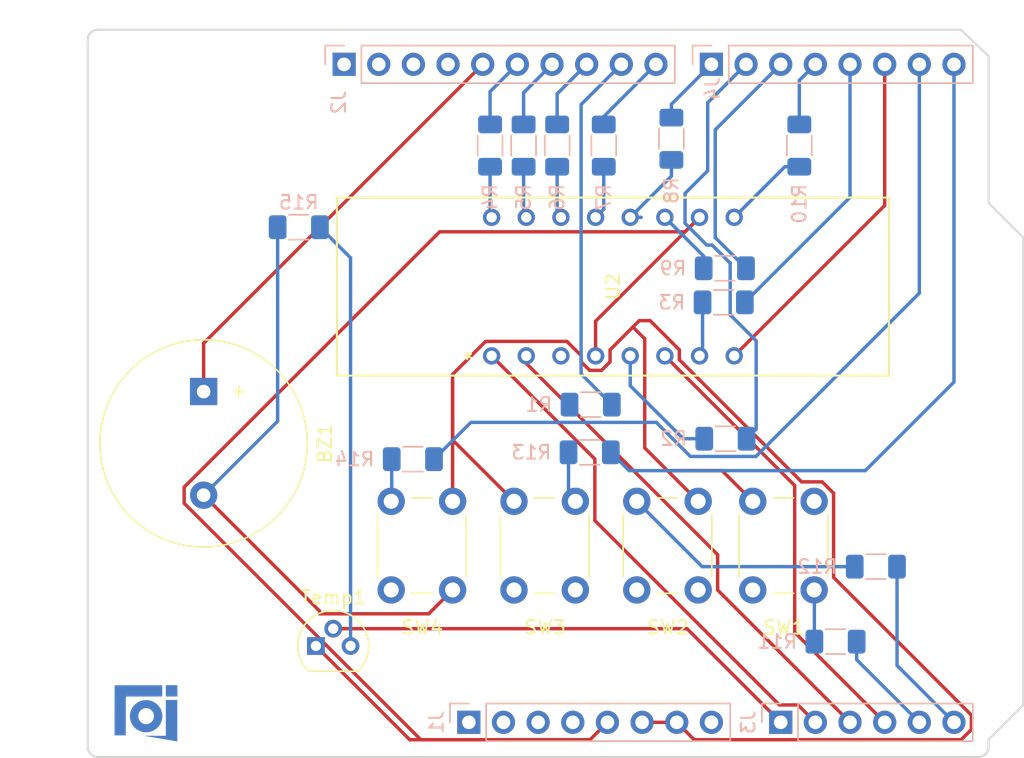
<source format=kicad_pcb>
(kicad_pcb (version 20241229) (generator "pcbnew") (generator_version "9.0")
  (title_block (date "mar. 31 mars 2015"))
  (layers (0 "F.Cu" signal) (2 "B.Cu" signal) (13 "F.Paste" user) (15 "B.Paste" user) (5 "F.SilkS" user "F.Silkscreen") (7 "B.SilkS" user "B.Silkscreen") (1 "F.Mask" user) (3 "B.Mask" user) (25 "Edge.Cuts" user))
  (net 0 "")
  (net 1 "GND")
  (net 3 "+5V")
  (net 4 "/IOREF")
  (net 5 "/A0")
  (net 6 "/A1")
  (net 7 "/A2")
  (net 8 "/A3")
  (net 9 "/SDA{slash}A4")
  (net 10 "/SCL{slash}A5")
  (net 11 "/13")
  (net 12 "/12")
  (net 13 "/AREF")
  (net 14 "/8")
  (net 15 "/7")
  (net 16 "/*11")
  (net 17 "/*10")
  (net 18 "/*9")
  (net 19 "/4")
  (net 20 "/2")
  (net 21 "/*6")
  (net 22 "/*5")
  (net 23 "/TX{slash}1")
  (net 24 "/*3")
  (net 25 "/RX{slash}0")
  (net 27 "/Vin")
  (net 28 "/~{RESET}")
  (net 29 "/8R")
  (net 30 "/*3R")
  (net 31 "/*9R")
  (net 32 "/*11R")
  (net 33 "/*6R")
  (net 34 "/7R")
  (net 35 "/*5R")
  (net 36 "/12R")
  (net 37 "/*10R")
  (net 38 "/4R")
  (net 39 "Net-(R11-Pad1)")
  (net 40 "Net-(R12-Pad1)")
  (net 41 "Net-(R13-Pad1)")
  (net 42 "Net-(R14-Pad1)")
  (net 43 "/SCL{slash}A5{slash}2")
  (net 44 "/SDA{slash}A4{slash}2")
  (net 45 "/GND{slash}2")
  (net 46 "Net-(Temp1-GND)")
  (footprint "Button_Switch_THT:SW_PUSH_6mm" (layer "F.Cu") (at 144.75 81.25 -90)
    (property "Reference" "SW2")
    (property "Value" "SW_Push")
  )
  (footprint "Buzzer_Beeper:Buzzer_15x7.5RM7.6" (layer "F.Cu") (at 108.5 73.2 -90)
    (property "Reference" "BZ1")
    (property "Value" "Buzzer")
  )
  (footprint "Button_Switch_THT:SW_PUSH_6mm" (layer "F.Cu") (at 131.25 87.75 90)
    (property "Reference" "SW3")
    (property "Value" "SW_Push")
  )
  (footprint "Arduino_MountingHole:MountingHole_3.2mm" (layer "F.Cu") (at 115.24 49.2)
    (property "Reference" "MH1" (hide yes))
    (property "Value" "MountingHole_3.2mm" (hide yes))
  )
  (footprint "Package_TO_SOT_THT:TO-92" (layer "F.Cu") (at 116.73 91.86)
    (property "Reference" "Temp1")
    (property "Value" "U")
  )
  (footprint "Button_Switch_THT:SW_PUSH_6mm" (layer "F.Cu") (at 148.75 87.75 90)
    (property "Reference" "SW1")
    (property "Value" "SW_Push")
  )
  (footprint "footprints:TDCG1060M_VIS" (layer "F.Cu") (at 129.61 70.58 90)
    (property "Reference" "U2")
    (property "Value" "TDCR1050M")
  )
  (footprint "Arduino_MountingHole:MountingHole_3.2mm" (layer "F.Cu") (at 113.97 97.46)
    (property "Reference" "MH2" (hide yes))
    (property "Value" "MountingHole_3.2mm" (hide yes))
  )
  (footprint "Arduino_MountingHole:MountingHole_3.2mm" (layer "F.Cu") (at 166.04 64.44)
    (property "Reference" "MH3" (hide yes))
    (property "Value" "MountingHole_3.2mm" (hide yes))
  )
  (footprint "Arduino_MountingHole:MountingHole_3.2mm" (layer "F.Cu") (at 166.04 92.38)
    (property "Reference" "MH4" (hide yes))
    (property "Value" "MountingHole_3.2mm" (hide yes))
  )
  (footprint "Button_Switch_THT:SW_PUSH_6mm" (layer "F.Cu") (at 126.75 81.25 -90)
    (property "Reference" "SW4")
    (property "Value" "SW_Push")
  )
  (footprint "Connector_PinHeader_2.54mm:PinHeader_1x08_P2.54mm_Vertical" (layer "B.Cu") (at 127.94 97.46 -90)
    (property "Reference" "J1")
    (property "Value" "Power")
  )
  (footprint "Connector_PinHeader_2.54mm:PinHeader_1x06_P2.54mm_Vertical" (layer "B.Cu") (at 150.8 97.46 -90)
    (property "Reference" "J3")
    (property "Value" "Analog")
  )
  (footprint "Connector_PinHeader_2.54mm:PinHeader_1x10_P2.54mm_Vertical" (layer "B.Cu") (at 118.796 49.2 -90)
    (property "Reference" "J2")
    (property "Value" "Digital/PWM")
  )
  (footprint "Connector_PinHeader_2.54mm:PinHeader_1x08_P2.54mm_Vertical" (layer "B.Cu") (at 145.72 49.2 -90)
    (property "Reference" "J4")
    (property "Value" "Digital/PWM")
  )
  (footprint "Resistor_SMD:R_1206_3216Metric_Pad1.30x1.75mm_HandSolder" (layer "B.Cu") (at 146.621232 66.657219 180)
    (property "Reference" "R3")
    (property "Value" "470R")
  )
  (footprint "Resistor_SMD:R_1206_3216Metric_Pad1.30x1.75mm_HandSolder" (layer "B.Cu") (at 131.954565 55.157219 -90)
    (property "Reference" "R5")
    (property "Value" "470R")
  )
  (footprint "Resistor_SMD:R_1206_3216Metric_Pad1.30x1.75mm_HandSolder" (layer "B.Cu") (at 136.796232 77.657219)
    (property "Reference" "R13")
    (property "Value" "470R")
  )
  (footprint "Resistor_SMD:R_1206_3216Metric_Pad1.30x1.75mm_HandSolder" (layer "B.Cu") (at 146.704565 64.157219 180)
    (property "Reference" "R9")
    (property "Value" "470R")
  )
  (footprint "footprints:iot-logo" (layer "B.Cu") (at 104.3 96.8 180)
    (property "Reference" "G***" (hide yes))
    (property "Value" "LOGO" (hide yes))
  )
  (footprint "Resistor_SMD:R_1206_3216Metric_Pad1.30x1.75mm_HandSolder" (layer "B.Cu") (at 142.787899 54.657219 -90)
    (property "Reference" "R8")
    (property "Value" "470R")
  )
  (footprint "Resistor_SMD:R_1206_3216Metric_Pad1.30x1.75mm_HandSolder" (layer "B.Cu") (at 157.775751 86.041053)
    (property "Reference" "R12")
    (property "Value" "470R")
  )
  (footprint "Resistor_SMD:R_1206_3216Metric_Pad1.30x1.75mm_HandSolder" (layer "B.Cu") (at 134.412899 55.157219 -90)
    (property "Reference" "R6")
    (property "Value" "470R")
  )
  (footprint "Resistor_SMD:R_1206_3216Metric_Pad1.30x1.75mm_HandSolder" (layer "B.Cu") (at 152.162899 55.157219 -90)
    (property "Reference" "R10")
    (property "Value" "470R")
  )
  (footprint "Resistor_SMD:R_1206_3216Metric_Pad1.30x1.75mm_HandSolder" (layer "B.Cu") (at 136.871232 74.157219 180)
    (property "Reference" "R1")
    (property "Value" "470R")
  )
  (footprint "Resistor_SMD:R_1206_3216Metric_Pad1.30x1.75mm_HandSolder" (layer "B.Cu") (at 154.817418 91.541053)
    (property "Reference" "R11")
    (property "Value" "470R")
  )
  (footprint "Resistor_SMD:R_1206_3216Metric_Pad1.30x1.75mm_HandSolder" (layer "B.Cu") (at 123.837899 78.157219)
    (property "Reference" "R14")
    (property "Value" "470R")
  )
  (footprint "Resistor_SMD:R_1206_3216Metric_Pad1.30x1.75mm_HandSolder" (layer "B.Cu") (at 115.475 61.145 180)
    (property "Reference" "R15")
    (property "Value" "R")
  )
  (footprint "Resistor_SMD:R_1206_3216Metric_Pad1.30x1.75mm_HandSolder" (layer "B.Cu") (at 137.829565 55.157219 -90)
    (property "Reference" "R7")
    (property "Value" "470R")
  )
  (footprint "Resistor_SMD:R_1206_3216Metric_Pad1.30x1.75mm_HandSolder" (layer "B.Cu") (at 146.746232 76.657219 180)
    (property "Reference" "R2")
    (property "Value" "470R")
  )
  (footprint "Resistor_SMD:R_1206_3216Metric_Pad1.30x1.75mm_HandSolder" (layer "B.Cu") (at 129.496232 55.157219 -90)
    (property "Reference" "R4")
    (property "Value" "470R")
  )
  (gr_line (start 166.04 59.36) (end 168.58 61.9) (stroke (width 0.15)) (layer "Edge.Cuts"))
  (gr_line (start 100 99.238) (end 100 47.422) (stroke (width 0.15)) (layer "Edge.Cuts"))
  (gr_line (start 168.58 61.9) (end 168.58 96.19) (stroke (width 0.15)) (layer "Edge.Cuts"))
  (gr_line (start 165.278 100) (end 100.762 100) (stroke (width 0.15)) (layer "Edge.Cuts"))
  (gr_line (start 100.762 46.66) (end 164 46.66) (stroke (width 0.15)) (layer "Edge.Cuts"))
  (gr_arc (start 100.762 100) (mid 100.223185 99.776815) (end 100 99.238) (stroke (width 0.15)) (layer "Edge.Cuts"))
  (gr_line (start 168.58 96.19) (end 166.04 98.73) (stroke (width 0.15)) (layer "Edge.Cuts"))
  (gr_line (start 164 46.66) (end 166.04 48.6) (stroke (width 0.15)) (layer "Edge.Cuts"))
  (gr_arc (start 166.04 99.238) (mid 165.816815 99.776815) (end 165.278 100) (stroke (width 0.15)) (layer "Edge.Cuts"))
  (gr_line (start 166.04 48.6) (end 166.04 59.36) (stroke (width 0.15)) (layer "Edge.Cuts"))
  (gr_line (start 166.04 98.73) (end 166.04 99.238) (stroke (width 0.15)) (layer "Edge.Cuts"))
  (gr_arc (start 100 47.422) (mid 100.223185 46.883185) (end 100.762 46.66) (stroke (width 0.15)) (layer "Edge.Cuts"))
  (segment (start 140.431519 68) (end 139.965759 68.465759) (width 0.25) (layer "F.Cu") (net 1))
  (segment (start 143.371 70.140519) (end 141.230481 68) (width 0.25) (layer "F.Cu") (net 1))
  (segment (start 154.676 80.659331) (end 153.840669 79.824) (width 0.25) (layer "F.Cu") (net 1))
  (segment (start 148.75 81.25) (end 146.5 79) (width 0.25) (layer "F.Cu") (net 1))
  (segment (start 126.75 76.75) (end 131.25 81.25) (width 0.25) (layer "F.Cu") (net 1))
  (segment (start 142.5 79) (end 140.831 77.331) (width 0.25) (layer "F.Cu") (net 1))
  (segment (start 117 89.5) (end 117 89.3) (width 0.25) (layer "F.Cu") (net 1))
  (segment (start 117 89.3) (end 108.5 80.8) (width 0.25) (layer "F.Cu") (net 1))
  (segment (start 141.230481 68) (end 140.431519 68) (width 0.25) (layer "F.Cu") (net 1))
  (segment (start 136.169 70.558519) (end 135.129481 69.519) (width 0.25) (layer "F.Cu") (net 1))
  (segment (start 152.333232 79.824) (end 143.371 70.861768) (width 0.25) (layer "F.Cu") (net 1))
  (segment (start 164.028537 98.736) (end 164.776 97.988537) (width 0.25) (layer "F.Cu") (net 1))
  (segment (start 164.776 96.931463) (end 154.676 86.831463) (width 0.25) (layer "F.Cu") (net 1))
  (segment (start 126.75 72.5) (end 126.75 76.75) (width 0.25) (layer "F.Cu") (net 1))
  (segment (start 129.170519 69.519) (end 126.75 71.939519) (width 0.25) (layer "F.Cu") (net 1))
  (segment (start 138.291 70.140519) (end 138.291 71.019481) (width 0.25) (layer "F.Cu") (net 1))
  (segment (start 126.75 71.939519) (end 126.75 72.5) (width 0.25) (layer "F.Cu") (net 1))
  (segment (start 153.840669 79.824) (end 152.333232 79.824) (width 0.25) (layer "F.Cu") (net 1))
  (segment (start 144.75 81.25) (end 142.5 79) (width 0.25) (layer "F.Cu") (net 1))
  (segment (start 125 89.5) (end 117 89.5) (width 0.25) (layer "F.Cu") (net 1))
  (segment (start 136.790519 71.641) (end 136.169 71.019481) (width 0.25) (layer "F.Cu") (net 1))
  (segment (start 139.965759 68.465759) (end 138.291 70.140519) (width 0.25) (layer "F.Cu") (net 1))
  (segment (start 136.169 71.019481) (end 136.169 70.558519) (width 0.25) (layer "F.Cu") (net 1))
  (segment (start 146.5 79) (end 142.5 79) (width 0.25) (layer "F.Cu") (net 1))
  (segment (start 140.831 69.331) (end 139.965759 68.465759) (width 0.25) (layer "F.Cu") (net 1))
  (segment (start 143.18 97.46) (end 144.456 98.736) (width 0.25) (layer "F.Cu") (net 1))
  (segment (start 154.676 86.831463) (end 154.676 80.659331) (width 0.25) (layer "F.Cu") (net 1))
  (segment (start 126.75 72.5) (end 126.75 81.25) (width 0.25) (layer "F.Cu") (net 1))
  (segment (start 143.371 70.861768) (end 143.371 70.140519) (width 0.25) (layer "F.Cu") (net 1))
  (segment (start 138.291 71.019481) (end 137.669481 71.641) (width 0.25) (layer "F.Cu") (net 1))
  (segment (start 135.129481 69.519) (end 129.170519 69.519) (width 0.25) (layer "F.Cu") (net 1))
  (segment (start 164.776 97.988537) (end 164.776 96.931463) (width 0.25) (layer "F.Cu") (net 1))
  (segment (start 144.456 98.736) (end 164.028537 98.736) (width 0.25) (layer "F.Cu") (net 1))
  (segment (start 140.831 77.331) (end 140.831 69.331) (width 0.25) (layer "F.Cu") (net 1))
  (segment (start 126.75 87.75) (end 125 89.5) (width 0.25) (layer "F.Cu") (net 1))
  (segment (start 143.18 97.46) (end 140.64 97.46) (width 0.25) (layer "F.Cu") (net 1))
  (segment (start 137.669481 71.641) (end 136.790519 71.641) (width 0.25) (layer "F.Cu") (net 1))
  (segment (start 113.925 61.145) (end 113.925 75.375) (width 0.25) (layer "B.Cu") (net 1))
  (segment (start 113.925 75.375) (end 108.5 80.8) (width 0.25) (layer "B.Cu") (net 1))
  (segment (start 107.074 80.209331) (end 125.802331 61.481) (width 0.25) (layer "F.Cu") (net 3))
  (segment (start 125.802331 61.481) (end 143.789 61.481) (width 0.25) (layer "F.Cu") (net 3))
  (segment (start 136.824 98.736) (end 124.419331 98.736) (width 0.25) (layer "F.Cu") (net 3))
  (segment (start 124.419331 98.736) (end 107.074 81.390669) (width 0.25) (layer "F.Cu") (net 3))
  (segment (start 107.074 81.390669) (end 107.074 80.209331) (width 0.25) (layer "F.Cu") (net 3))
  (segment (start 144.85 60.42) (end 137.23 68.04) (width 0.25) (layer "F.Cu") (net 3))
  (segment (start 136.824 98.736) (end 123.606 98.736) (width 0.25) (layer "F.Cu") (net 3))
  (segment (start 143.789 61.481) (end 144.85 60.42) (width 0.25) (layer "F.Cu") (net 3))
  (segment (start 137.23 68.04) (end 137.23 70.58) (width 0.25) (layer "F.Cu") (net 3))
  (segment (start 123.606 98.736) (end 116.73 91.86) (width 0.25) (layer "F.Cu") (net 3))
  (segment (start 138.1 97.46) (end 136.824 98.736) (width 0.25) (layer "F.Cu") (net 3))
  (segment (start 143.93 90.59) (end 118 90.59) (width 0.25) (layer "F.Cu") (net 5))
  (segment (start 150.8 97.46) (end 143.93 90.59) (width 0.25) (layer "F.Cu") (net 5))
  (segment (start 150.700669 96.184) (end 137.176 82.659331) (width 0.25) (layer "F.Cu") (net 6))
  (segment (start 152.064 96.184) (end 150.700669 96.184) (width 0.25) (layer "F.Cu") (net 6))
  (segment (start 137.176 78.146) (end 129.61 70.58) (width 0.25) (layer "F.Cu") (net 6))
  (segment (start 137.176 82.659331) (end 137.176 78.146) (width 0.25) (layer "F.Cu") (net 6))
  (segment (start 153.34 97.46) (end 152.064 96.184) (width 0.25) (layer "F.Cu") (net 6))
  (segment (start 146.176 85.159331) (end 132.15 71.133331) (width 0.25) (layer "F.Cu") (net 7))
  (segment (start 132.15 71.133331) (end 132.15 70.58) (width 0.25) (layer "F.Cu") (net 7))
  (segment (start 155.88 97.46) (end 146.176 87.756) (width 0.25) (layer "F.Cu") (net 7))
  (segment (start 146.176 87.756) (end 146.176 85.159331) (width 0.25) (layer "F.Cu") (net 7))
  (segment (start 151.824 90.864) (end 151.824 80.094) (width 0.25) (layer "F.Cu") (net 8))
  (segment (start 151.824 80.094) (end 142.31 70.58) (width 0.25) (layer "F.Cu") (net 8))
  (segment (start 158.42 97.46) (end 151.824 90.864) (width 0.25) (layer "F.Cu") (net 8))
  (segment (start 156.367418 91.541053) (end 156.367418 92.867418) (width 0.25) (layer "B.Cu") (net 9))
  (segment (start 156.367418 92.867418) (end 160.96 97.46) (width 0.25) (layer "B.Cu") (net 9))
  (segment (start 159.325751 93.285751) (end 163.5 97.46) (width 0.25) (layer "B.Cu") (net 10))
  (segment (start 159.325751 86.041053) (end 159.325751 93.285751) (width 0.25) (layer "B.Cu") (net 10))
  (segment (start 108.5 69.656) (end 128.956 49.2) (width 0.25) (layer "F.Cu") (net 11))
  (segment (start 108.5 73.2) (end 108.5 69.656) (width 0.25) (layer "F.Cu") (net 11))
  (segment (start 129.496232 53.607219) (end 129.496232 51.199768) (width 0.25) (layer "B.Cu") (net 12))
  (segment (start 129.496232 51.199768) (end 131.496 49.2) (width 0.25) (layer "B.Cu") (net 12))
  (segment (start 137.829565 53.607219) (end 137.829565 53.026435) (width 0.25) (layer "B.Cu") (net 14))
  (segment (start 141.829565 49.373565) (end 141.656 49.2) (width 0.25) (layer "B.Cu") (net 14))
  (segment (start 137.829565 53.026435) (end 141.656 49.2) (width 0.25) (layer "B.Cu") (net 14))
  (segment (start 142.787899 53.107219) (end 142.787899 52.132101) (width 0.25) (layer "B.Cu") (net 15))
  (segment (start 142.787899 52.132101) (end 145.72 49.2) (width 0.25) (layer "B.Cu") (net 15))
  (segment (start 131.954565 51.281435) (end 134.036 49.2) (width 0.25) (layer "B.Cu") (net 16))
  (segment (start 131.954565 53.607219) (end 131.954565 51.281435) (width 0.25) (layer "B.Cu") (net 16))
  (segment (start 134.412899 53.607219) (end 134.412899 51.363101) (width 0.25) (layer "B.Cu") (net 17))
  (segment (start 134.412899 51.363101) (end 136.576 49.2) (width 0.25) (layer "B.Cu") (net 17))
  (segment (start 136.169 52.147) (end 139.116 49.2) (width 0.25) (layer "B.Cu") (net 18))
  (segment (start 138.421232 74.157219) (end 136.169 71.904987) (width 0.25) (layer "B.Cu") (net 18))
  (segment (start 136.169 71.904987) (end 136.169 52.147) (width 0.25) (layer "B.Cu") (net 18))
  (segment (start 152.162899 53.607219) (end 152.162899 50.377101) (width 0.25) (layer "B.Cu") (net 19))
  (segment (start 152.162899 50.377101) (end 153.34 49.2) (width 0.25) (layer "B.Cu") (net 19))
  (segment (start 158.42 59.55) (end 158.42 49.2) (width 0.25) (layer "F.Cu") (net 20))
  (segment (start 147.39 70.58) (end 158.42 59.55) (width 0.25) (layer "F.Cu") (net 20))
  (segment (start 145.771768 62.453654) (end 145.383173 62.453654) (width 0.25) (layer "B.Cu") (net 21))
  (segment (start 149 75.953451) (end 149 69.473923) (width 0.25) (layer "B.Cu") (net 21))
  (segment (start 147.095232 67.569155) (end 147.095232 63.777118) (width 0.25) (layer "B.Cu") (net 21))
  (segment (start 145.449 57) (end 145.449 52.011) (width 0.25) (layer "B.Cu") (net 21))
  (segment (start 147.095232 63.777118) (end 145.771768 62.453654) (width 0.25) (layer "B.Cu") (net 21))
  (segment (start 145.383173 62.453654) (end 143.789 60.859481) (width 0.25) (layer "B.Cu") (net 21))
  (segment (start 143.789 60.859481) (end 143.789 58.66) (width 0.25) (layer "B.Cu") (net 21))
  (segment (start 148.296232 76.657219) (end 149 75.953451) (width 0.25) (layer "B.Cu") (net 21))
  (segment (start 143.789 58.66) (end 145.449 57) (width 0.25) (layer "B.Cu") (net 21))
  (segment (start 145.449 52.011) (end 148.26 49.2) (width 0.25) (layer "B.Cu") (net 21))
  (segment (start 149 69.473923) (end 147.095232 67.569155) (width 0.25) (layer "B.Cu") (net 21))
  (segment (start 146 54) (end 150.8 49.2) (width 0.25) (layer "B.Cu") (net 22))
  (segment (start 148.254565 64.157219) (end 146 61.902654) (width 0.25) (layer "B.Cu") (net 22))
  (segment (start 146 61.902654) (end 146 54) (width 0.25) (layer "B.Cu") (net 22))
  (segment (start 141.678987 75.458219) (end 144.178987 77.958219) (width 0.25) (layer "B.Cu") (net 23))
  (segment (start 144.178987 77.958219) (end 148.983168 77.958219) (width 0.25) (layer "B.Cu") (net 23))
  (segment (start 128.086899 75.458219) (end 141.678987 75.458219) (width 0.25) (layer "B.Cu") (net 23))
  (segment (start 125.387899 78.157219) (end 128.086899 75.458219) (width 0.25) (layer "B.Cu") (net 23))
  (segment (start 160.96 65.981387) (end 160.96 49.2) (width 0.25) (layer "B.Cu") (net 23))
  (segment (start 148.983168 77.958219) (end 160.96 65.981387) (width 0.25) (layer "B.Cu") (net 23))
  (segment (start 155.88 58.948451) (end 155.88 49.2) (width 0.25) (layer "B.Cu") (net 24))
  (segment (start 148.171232 66.657219) (end 155.88 58.948451) (width 0.25) (layer "B.Cu") (net 24))
  (segment (start 138.346232 77.657219) (end 139.689013 79) (width 0.25) (layer "B.Cu") (net 25))
  (segment (start 163.5 72.5) (end 163.5 49.2) (width 0.25) (layer "B.Cu") (net 25))
  (segment (start 139.689013 79) (end 157 79) (width 0.25) (layer "B.Cu") (net 25))
  (segment (start 157 79) (end 163.5 72.5) (width 0.25) (layer "B.Cu") (net 25))
  (segment (start 137.829565 56.707219) (end 137.829565 59.820435) (width 0.25) (layer "B.Cu") (net 29))
  (segment (start 137.829565 59.820435) (end 137.23 60.42) (width 0.25) (layer "B.Cu") (net 29))
  (segment (start 145.071232 70.358768) (end 144.85 70.58) (width 0.25) (layer "B.Cu") (net 30))
  (segment (start 145.071232 66.657219) (end 145.071232 70.358768) (width 0.25) (layer "B.Cu") (net 30))
  (segment (start 134.871232 70.761232) (end 134.69 70.58) (width 0.25) (layer "B.Cu") (net 31))
  (segment (start 131.954565 56.707219) (end 131.954565 60.224565) (width 0.25) (layer "B.Cu") (net 32))
  (segment (start 131.954565 60.224565) (end 132.15 60.42) (width 0.25) (layer "B.Cu") (net 32))
  (segment (start 143.657219 76.657219) (end 139.77 72.77) (width 0.25) (layer "B.Cu") (net 33))
  (segment (start 139.77 72.77) (end 139.77 70.58) (width 0.25) (layer "B.Cu") (net 33))
  (segment (start 145.196232 76.657219) (end 143.657219 76.657219) (width 0.25) (layer "B.Cu") (net 33))
  (segment (start 140.575118 60.42) (end 139.77 60.42) (width 0.25) (layer "B.Cu") (net 34))
  (segment (start 142.787899 56.207219) (end 142.787899 57.402101) (width 0.25) (layer "B.Cu") (net 34))
  (segment (start 142.787899 57.402101) (end 139.77 60.42) (width 0.25) (layer "B.Cu") (net 34))
  (segment (start 145.154565 63.264565) (end 142.31 60.42) (width 0.25) (layer "B.Cu") (net 35))
  (segment (start 145.154565 64.157219) (end 145.154565 63.264565) (width 0.25) (layer "B.Cu") (net 35))
  (segment (start 129.496232 60.306232) (end 129.61 60.42) (width 0.25) (layer "B.Cu") (net 36))
  (segment (start 129.496232 56.707219) (end 129.496232 60.306232) (width 0.25) (layer "B.Cu") (net 36))
  (segment (start 134.412899 56.707219) (end 134.412899 60.142899) (width 0.25) (layer "B.Cu") (net 37))
  (segment (start 134.412899 60.142899) (end 134.69 60.42) (width 0.25) (layer "B.Cu") (net 37))
  (segment (start 152.162899 56.707219) (end 151.102781 56.707219) (width 0.25) (layer "B.Cu") (net 38))
  (segment (start 151.102781 56.707219) (end 147.39 60.42) (width 0.25) (layer "B.Cu") (net 38))
  (segment (start 153.267418 91.541053) (end 153.267418 87.767418) (width 0.25) (layer "B.Cu") (net 39))
  (segment (start 153.267418 87.767418) (end 153.25 87.75) (width 0.25) (layer "B.Cu") (net 39))
  (segment (start 156.225751 86.041053) (end 145.041053 86.041053) (width 0.25) (layer "B.Cu") (net 40))
  (segment (start 145.041053 86.041053) (end 140.25 81.25) (width 0.25) (layer "B.Cu") (net 40))
  (segment (start 135.246232 77.657219) (end 135.246232 80.746232) (width 0.25) (layer "B.Cu") (net 41))
  (segment (start 135.246232 80.746232) (end 135.75 81.25) (width 0.25) (layer "B.Cu") (net 41))
  (segment (start 122.287899 81.212101) (end 122.25 81.25) (width 0.25) (layer "B.Cu") (net 42))
  (segment (start 122.287899 78.157219) (end 122.287899 81.212101) (width 0.25) (layer "B.Cu") (net 42))
  (segment (start 119.27 63.39) (end 119.27 91.86) (width 0.25) (layer "B.Cu") (net 46))
  (segment (start 117.025 61.145) (end 119.27 63.39) (width 0.25) (layer "B.Cu") (net 46))
)
</source>
